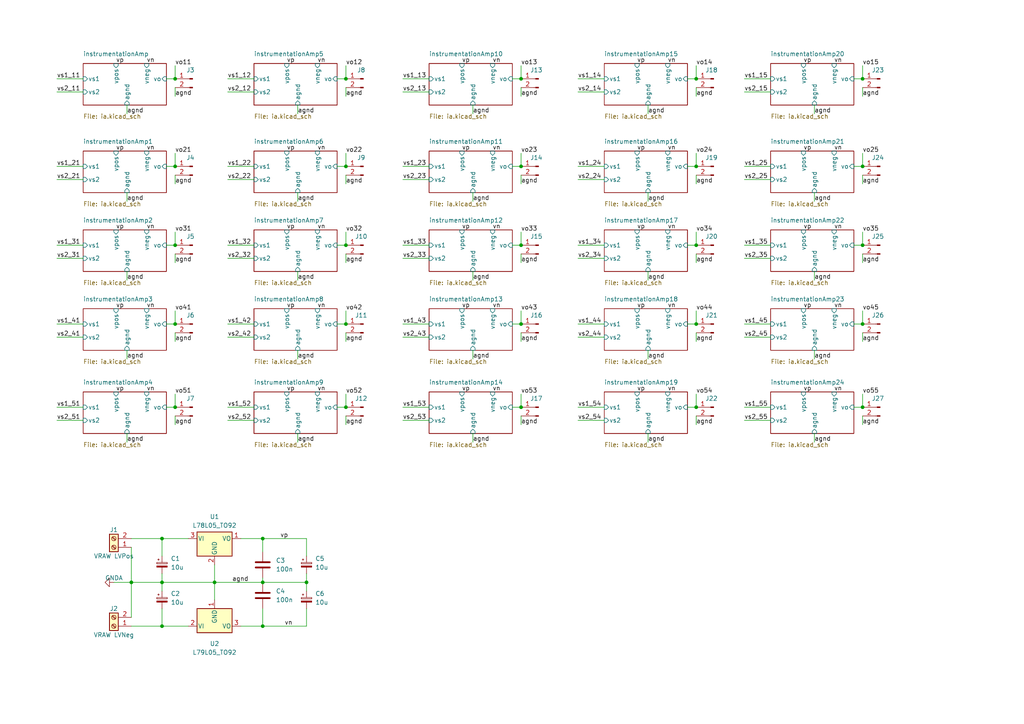
<source format=kicad_sch>
(kicad_sch (version 20231120) (generator "eeschema") (generator_version "8.0")
  (paper "A4")
  (lib_symbols
    (symbol "Connector:Conn_01x02_Pin" (pin_names (offset 1.016) hide)
      (property "Reference" "J" (at 0 2.54 0))
      (property "Value" "Conn_01x02_Pin" (at 0 -5.08 0))
      (symbol "Conn_01x02_Pin_1_1"
        (polyline (pts (xy 1.27 -2.54) (xy 0.8636 -2.54)) (stroke (width 0.1524)))
        (polyline (pts (xy 1.27 0) (xy 0.8636 0)) (stroke (width 0.1524)))
        (rectangle (start 0.8636 -2.413) (end 0 -2.667) (stroke (width 0.1524)) (fill (type outline)))
        (rectangle (start 0.8636 0.127) (end 0 -0.127) (stroke (width 0.1524)) (fill (type outline)))
        (pin passive line (at 5.08 0 180) (length 3.81) (name "Pin_1") (number "1"))
        (pin passive line (at 5.08 -2.54 180) (length 3.81) (name "Pin_2") (number "2"))
      )
    )
    (symbol "Connector:Screw_Terminal_01x02" (pin_names (offset 1.016) hide)
      (property "Reference" "J" (at 0 2.54 0))
      (property "Value" "Screw_Terminal_01x02" (at 0 -5.08 0))
      (symbol "Screw_Terminal_01x02_1_1"
        (rectangle (start -1.27 1.27) (end 1.27 -3.81) (stroke (width 0.254)) (fill (type background)))
        (circle (center 0 -2.54) (radius 0.635) (stroke (width 0.1524)))
        (polyline (pts (xy -0.5334 -2.2098) (xy 0.3302 -3.048)) (stroke (width 0.1524)))
        (polyline (pts (xy -0.5334 0.3302) (xy 0.3302 -0.508)) (stroke (width 0.1524)))
        (polyline (pts (xy -0.3556 -2.032) (xy 0.508 -2.8702)) (stroke (width 0.1524)))
        (polyline (pts (xy -0.3556 0.508) (xy 0.508 -0.3302)) (stroke (width 0.1524)))
        (circle (center 0 0) (radius 0.635) (stroke (width 0.1524)))
        (pin passive line (at -5.08 0 0) (length 3.81) (name "Pin_1") (number "1"))
        (pin passive line (at -5.08 -2.54 0) (length 3.81) (name "Pin_2") (number "2"))
      )
    )
    (symbol "Device:C" (pin_numbers hide) (pin_names (offset 0.254))
      (property "Reference" "C" (at 0.635 2.54 0))
      (property "Value" "C" (at 0.635 -2.54 0))
      (symbol "C_0_1"
        (polyline (pts (xy -2.032 -0.762) (xy 2.032 -0.762)) (stroke (width 0.508)))
        (polyline (pts (xy -2.032 0.762) (xy 2.032 0.762)) (stroke (width 0.508)))
      )
      (symbol "C_1_1"
        (pin passive line (at 0 3.81 270) (length 2.794) (name "~") (number "1"))
        (pin passive line (at 0 -3.81 90) (length 2.794) (name "~") (number "2"))
      )
    )
    (symbol "Device:C_Polarized_Small" (pin_numbers hide) (pin_names (offset 0.254) hide)
      (property "Reference" "C" (at 0.254 1.778 0))
      (property "Value" "C_Polarized_Small" (at 0.254 -2.032 0))
      (symbol "C_Polarized_Small_0_1"
        (rectangle (start -1.524 -0.3048) (end 1.524 -0.6858) (fill (type outline)))
        (rectangle (start -1.524 0.6858) (end 1.524 0.3048))
        (polyline (pts (xy -1.27 1.524) (xy -0.762 1.524)))
        (polyline (pts (xy -1.016 1.27) (xy -1.016 1.778)))
      )
      (symbol "C_Polarized_Small_1_1"
        (pin passive line (at 0 2.54 270) (length 1.8542) (name "~") (number "1"))
        (pin passive line (at 0 -2.54 90) (length 1.8542) (name "~") (number "2"))
      )
    )
    (symbol "Regulator_Linear:L78L05_TO92" (pin_names (offset 0.254))
      (property "Reference" "U" (at -3.81 3.175 0))
      (property "Value" "L78L05_TO92" (at 0 3.175 0))
      (symbol "L78L05_TO92_0_1"
        (rectangle (start -5.08 -5.08) (end 5.08 1.905) (stroke (width 0.254)) (fill (type background)))
      )
      (symbol "L78L05_TO92_1_1"
        (pin power_out line (at 7.62 0 180) (length 2.54) (name "VO") (number "1"))
        (pin power_in line (at 0 -7.62 90) (length 2.54) (name "GND") (number "2"))
        (pin power_in line (at -7.62 0 0) (length 2.54) (name "VI") (number "3"))
      )
    )
    (symbol "Regulator_Linear:L79L05_TO92" (pin_names (offset 0.254))
      (property "Reference" "U" (at -3.81 -3.175 0))
      (property "Value" "L79L05_TO92" (at 0 -3.175 0))
      (symbol "L79L05_TO92_0_1"
        (rectangle (start -5.08 5.08) (end 5.08 -1.905) (stroke (width 0.254)) (fill (type background)))
      )
      (symbol "L79L05_TO92_1_1"
        (pin power_in line (at 0 7.62 270) (length 2.54) (name "GND") (number "1"))
        (pin power_in line (at -7.62 0 0) (length 2.54) (name "VI") (number "2"))
        (pin power_out line (at 7.62 0 180) (length 2.54) (name "VO") (number "3"))
      )
    )
    (symbol "power:GNDA" (power) (pin_names (offset 0))
      (property "Value" "GNDA" (at 0 -3.81 0))
      (symbol "GNDA_0_1"
        (polyline (pts (xy 0 0) (xy 0 -1.27) (xy 1.27 -1.27) (xy 0 -2.54) (xy -1.27 -1.27) (xy 0 -1.27)))
      )
      (symbol "GNDA_1_1"
        (pin power_in line (at 0 0 270) (length 0) hide (name "GNDA") (number "1"))
      )
    )
  )
  (junction (at 201.93 22.86))
  (junction (at 151.13 48.26))
  (junction (at 76.2 156.21))
  (junction (at 201.93 48.26))
  (junction (at 46.99 168.91))
  (junction (at 50.8 118.11))
  (junction (at 250.19 118.11))
  (junction (at 50.8 71.12))
  (junction (at 250.19 93.98))
  (junction (at 50.8 93.98))
  (junction (at 151.13 118.11))
  (junction (at 38.1 168.91))
  (junction (at 100.33 93.98))
  (junction (at 100.33 48.26))
  (junction (at 46.99 156.21))
  (junction (at 151.13 22.86))
  (junction (at 250.19 22.86))
  (junction (at 100.33 71.12))
  (junction (at 62.23 168.91))
  (junction (at 151.13 93.98))
  (junction (at 250.19 71.12))
  (junction (at 46.99 181.61))
  (junction (at 100.33 118.11))
  (junction (at 88.9 168.91))
  (junction (at 50.8 48.26))
  (junction (at 201.93 118.11))
  (junction (at 100.33 22.86))
  (junction (at 76.2 168.91))
  (junction (at 151.13 71.12))
  (junction (at 76.2 181.61))
  (junction (at 250.19 48.26))
  (junction (at 201.93 93.98))
  (junction (at 201.93 71.12))
  (junction (at 50.8 22.86))
  (wire (pts (xy 46.99 176.53) (xy 46.99 181.61)))
  (wire (pts (xy 201.93 99.06) (xy 201.93 96.52)))
  (wire (pts (xy 148.59 22.86) (xy 151.13 22.86)))
  (wire (pts (xy 201.93 90.17) (xy 201.93 93.98)))
  (wire (pts (xy 50.8 123.19) (xy 50.8 120.65)))
  (wire (pts (xy 236.22 58.42) (xy 236.22 55.88)))
  (wire (pts (xy 151.13 53.34) (xy 151.13 50.8)))
  (wire (pts (xy 167.64 97.79) (xy 175.26 97.79)))
  (wire (pts (xy 86.36 104.14) (xy 86.36 101.6)))
  (wire (pts (xy 236.22 128.27) (xy 236.22 125.73)))
  (wire (pts (xy 199.39 48.26) (xy 201.93 48.26)))
  (wire (pts (xy 100.33 53.34) (xy 100.33 50.8)))
  (wire (pts (xy 66.04 26.67) (xy 73.66 26.67)))
  (wire (pts (xy 97.79 118.11) (xy 100.33 118.11)))
  (wire (pts (xy 215.9 121.92) (xy 223.52 121.92)))
  (wire (pts (xy 76.2 156.21) (xy 76.2 160.02)))
  (wire (pts (xy 250.19 27.94) (xy 250.19 25.4)))
  (wire (pts (xy 62.23 168.91) (xy 76.2 168.91)))
  (wire (pts (xy 16.51 97.79) (xy 24.13 97.79)))
  (wire (pts (xy 46.99 168.91) (xy 46.99 171.45)))
  (wire (pts (xy 247.65 93.98) (xy 250.19 93.98)))
  (wire (pts (xy 62.23 168.91) (xy 62.23 173.99)))
  (wire (pts (xy 100.33 76.2) (xy 100.33 73.66)))
  (wire (pts (xy 50.8 27.94) (xy 50.8 25.4)))
  (wire (pts (xy 250.19 123.19) (xy 250.19 120.65)))
  (wire (pts (xy 50.8 53.34) (xy 50.8 50.8)))
  (wire (pts (xy 167.64 74.93) (xy 175.26 74.93)))
  (wire (pts (xy 215.9 74.93) (xy 223.52 74.93)))
  (wire (pts (xy 86.36 81.28) (xy 86.36 78.74)))
  (wire (pts (xy 50.8 67.31) (xy 50.8 71.12)))
  (wire (pts (xy 137.16 128.27) (xy 137.16 125.73)))
  (wire (pts (xy 167.64 118.11) (xy 175.26 118.11)))
  (wire (pts (xy 151.13 114.3) (xy 151.13 118.11)))
  (wire (pts (xy 86.36 58.42) (xy 86.36 55.88)))
  (wire (pts (xy 50.8 99.06) (xy 50.8 96.52)))
  (wire (pts (xy 250.19 76.2) (xy 250.19 73.66)))
  (wire (pts (xy 88.9 156.21) (xy 76.2 156.21)))
  (wire (pts (xy 247.65 118.11) (xy 250.19 118.11)))
  (wire (pts (xy 167.64 22.86) (xy 175.26 22.86)))
  (wire (pts (xy 86.36 128.27) (xy 86.36 125.73)))
  (wire (pts (xy 215.9 118.11) (xy 223.52 118.11)))
  (wire (pts (xy 100.33 19.05) (xy 100.33 22.86)))
  (wire (pts (xy 16.51 26.67) (xy 24.13 26.67)))
  (wire (pts (xy 199.39 93.98) (xy 201.93 93.98)))
  (wire (pts (xy 100.33 67.31) (xy 100.33 71.12)))
  (wire (pts (xy 66.04 93.98) (xy 73.66 93.98)))
  (wire (pts (xy 76.2 181.61) (xy 88.9 181.61)))
  (wire (pts (xy 250.19 44.45) (xy 250.19 48.26)))
  (wire (pts (xy 187.96 128.27) (xy 187.96 125.73)))
  (wire (pts (xy 215.9 22.86) (xy 223.52 22.86)))
  (wire (pts (xy 66.04 22.86) (xy 73.66 22.86)))
  (wire (pts (xy 66.04 74.93) (xy 73.66 74.93)))
  (wire (pts (xy 187.96 58.42) (xy 187.96 55.88)))
  (wire (pts (xy 16.51 48.26) (xy 24.13 48.26)))
  (wire (pts (xy 116.84 118.11) (xy 124.46 118.11)))
  (wire (pts (xy 16.51 74.93) (xy 24.13 74.93)))
  (wire (pts (xy 116.84 97.79) (xy 124.46 97.79)))
  (wire (pts (xy 100.33 27.94) (xy 100.33 25.4)))
  (wire (pts (xy 50.8 90.17) (xy 50.8 93.98)))
  (wire (pts (xy 137.16 104.14) (xy 137.16 101.6)))
  (wire (pts (xy 116.84 71.12) (xy 124.46 71.12)))
  (wire (pts (xy 250.19 114.3) (xy 250.19 118.11)))
  (wire (pts (xy 201.93 123.19) (xy 201.93 120.65)))
  (wire (pts (xy 88.9 168.91) (xy 88.9 171.45)))
  (wire (pts (xy 48.26 22.86) (xy 50.8 22.86)))
  (wire (pts (xy 199.39 22.86) (xy 201.93 22.86)))
  (wire (pts (xy 36.83 81.28) (xy 36.83 78.74)))
  (wire (pts (xy 66.04 71.12) (xy 73.66 71.12)))
  (wire (pts (xy 86.36 33.02) (xy 86.36 30.48)))
  (wire (pts (xy 100.33 114.3) (xy 100.33 118.11)))
  (wire (pts (xy 250.19 90.17) (xy 250.19 93.98)))
  (wire (pts (xy 76.2 176.53) (xy 76.2 181.61)))
  (wire (pts (xy 215.9 71.12) (xy 223.52 71.12)))
  (wire (pts (xy 148.59 71.12) (xy 151.13 71.12)))
  (wire (pts (xy 151.13 44.45) (xy 151.13 48.26)))
  (wire (pts (xy 16.51 118.11) (xy 24.13 118.11)))
  (wire (pts (xy 137.16 33.02) (xy 137.16 30.48)))
  (wire (pts (xy 48.26 48.26) (xy 50.8 48.26)))
  (wire (pts (xy 36.83 104.14) (xy 36.83 101.6)))
  (wire (pts (xy 187.96 33.02) (xy 187.96 30.48)))
  (wire (pts (xy 250.19 99.06) (xy 250.19 96.52)))
  (wire (pts (xy 215.9 52.07) (xy 223.52 52.07)))
  (wire (pts (xy 151.13 123.19) (xy 151.13 120.65)))
  (wire (pts (xy 151.13 76.2) (xy 151.13 73.66)))
  (wire (pts (xy 201.93 27.94) (xy 201.93 25.4)))
  (wire (pts (xy 247.65 22.86) (xy 250.19 22.86)))
  (wire (pts (xy 167.64 121.92) (xy 175.26 121.92)))
  (wire (pts (xy 16.51 71.12) (xy 24.13 71.12)))
  (wire (pts (xy 16.51 22.86) (xy 24.13 22.86)))
  (wire (pts (xy 215.9 26.67) (xy 223.52 26.67)))
  (wire (pts (xy 201.93 67.31) (xy 201.93 71.12)))
  (wire (pts (xy 201.93 19.05) (xy 201.93 22.86)))
  (wire (pts (xy 100.33 99.06) (xy 100.33 96.52)))
  (wire (pts (xy 76.2 168.91) (xy 76.2 167.64)))
  (wire (pts (xy 38.1 156.21) (xy 46.99 156.21)))
  (wire (pts (xy 116.84 93.98) (xy 124.46 93.98)))
  (wire (pts (xy 38.1 181.61) (xy 46.99 181.61)))
  (wire (pts (xy 46.99 156.21) (xy 46.99 161.29)))
  (wire (pts (xy 88.9 176.53) (xy 88.9 181.61)))
  (wire (pts (xy 66.04 97.79) (xy 73.66 97.79)))
  (wire (pts (xy 97.79 48.26) (xy 100.33 48.26)))
  (wire (pts (xy 250.19 19.05) (xy 250.19 22.86)))
  (wire (pts (xy 250.19 53.34) (xy 250.19 50.8)))
  (wire (pts (xy 66.04 52.07) (xy 73.66 52.07)))
  (wire (pts (xy 116.84 74.93) (xy 124.46 74.93)))
  (wire (pts (xy 215.9 97.79) (xy 223.52 97.79)))
  (wire (pts (xy 97.79 71.12) (xy 100.33 71.12)))
  (wire (pts (xy 116.84 121.92) (xy 124.46 121.92)))
  (wire (pts (xy 199.39 118.11) (xy 201.93 118.11)))
  (wire (pts (xy 50.8 76.2) (xy 50.8 73.66)))
  (wire (pts (xy 148.59 48.26) (xy 151.13 48.26)))
  (wire (pts (xy 151.13 90.17) (xy 151.13 93.98)))
  (wire (pts (xy 50.8 44.45) (xy 50.8 48.26)))
  (wire (pts (xy 247.65 48.26) (xy 250.19 48.26)))
  (wire (pts (xy 137.16 58.42) (xy 137.16 55.88)))
  (wire (pts (xy 62.23 163.83) (xy 62.23 168.91)))
  (wire (pts (xy 201.93 76.2) (xy 201.93 73.66)))
  (wire (pts (xy 38.1 158.75) (xy 38.1 168.91)))
  (wire (pts (xy 250.19 67.31) (xy 250.19 71.12)))
  (wire (pts (xy 76.2 168.91) (xy 88.9 168.91)))
  (wire (pts (xy 116.84 48.26) (xy 124.46 48.26)))
  (wire (pts (xy 137.16 81.28) (xy 137.16 78.74)))
  (wire (pts (xy 66.04 118.11) (xy 73.66 118.11)))
  (wire (pts (xy 187.96 104.14) (xy 187.96 101.6)))
  (wire (pts (xy 167.64 26.67) (xy 175.26 26.67)))
  (wire (pts (xy 46.99 166.37) (xy 46.99 168.91)))
  (wire (pts (xy 38.1 168.91) (xy 38.1 179.07)))
  (wire (pts (xy 167.64 71.12) (xy 175.26 71.12)))
  (wire (pts (xy 151.13 27.94) (xy 151.13 25.4)))
  (wire (pts (xy 88.9 166.37) (xy 88.9 168.91)))
  (wire (pts (xy 236.22 33.02) (xy 236.22 30.48)))
  (wire (pts (xy 36.83 33.02) (xy 36.83 30.48)))
  (wire (pts (xy 50.8 19.05) (xy 50.8 22.86)))
  (wire (pts (xy 100.33 123.19) (xy 100.33 120.65)))
  (wire (pts (xy 167.64 48.26) (xy 175.26 48.26)))
  (wire (pts (xy 247.65 71.12) (xy 250.19 71.12)))
  (wire (pts (xy 236.22 81.28) (xy 236.22 78.74)))
  (wire (pts (xy 76.2 156.21) (xy 69.85 156.21)))
  (wire (pts (xy 167.64 52.07) (xy 175.26 52.07)))
  (wire (pts (xy 116.84 26.67) (xy 124.46 26.67)))
  (wire (pts (xy 16.51 93.98) (xy 24.13 93.98)))
  (wire (pts (xy 16.51 52.07) (xy 24.13 52.07)))
  (wire (pts (xy 36.83 128.27) (xy 36.83 125.73)))
  (wire (pts (xy 46.99 181.61) (xy 54.61 181.61)))
  (wire (pts (xy 88.9 161.29) (xy 88.9 156.21)))
  (wire (pts (xy 148.59 118.11) (xy 151.13 118.11)))
  (wire (pts (xy 66.04 121.92) (xy 73.66 121.92)))
  (wire (pts (xy 236.22 104.14) (xy 236.22 101.6)))
  (wire (pts (xy 69.85 181.61) (xy 76.2 181.61)))
  (wire (pts (xy 50.8 114.3) (xy 50.8 118.11)))
  (wire (pts (xy 97.79 93.98) (xy 100.33 93.98)))
  (wire (pts (xy 16.51 121.92) (xy 24.13 121.92)))
  (wire (pts (xy 151.13 67.31) (xy 151.13 71.12)))
  (wire (pts (xy 151.13 99.06) (xy 151.13 96.52)))
  (wire (pts (xy 38.1 168.91) (xy 46.99 168.91)))
  (wire (pts (xy 215.9 48.26) (xy 223.52 48.26)))
  (wire (pts (xy 33.02 168.91) (xy 38.1 168.91)))
  (wire (pts (xy 167.64 93.98) (xy 175.26 93.98)))
  (wire (pts (xy 201.93 53.34) (xy 201.93 50.8)))
  (wire (pts (xy 66.04 48.26) (xy 73.66 48.26)))
  (wire (pts (xy 100.33 90.17) (xy 100.33 93.98)))
  (wire (pts (xy 116.84 52.07) (xy 124.46 52.07)))
  (wire (pts (xy 187.96 81.28) (xy 187.96 78.74)))
  (wire (pts (xy 97.79 22.86) (xy 100.33 22.86)))
  (wire (pts (xy 36.83 58.42) (xy 36.83 55.88)))
  (wire (pts (xy 48.26 118.11) (xy 50.8 118.11)))
  (wire (pts (xy 148.59 93.98) (xy 151.13 93.98)))
  (wire (pts (xy 199.39 71.12) (xy 201.93 71.12)))
  (wire (pts (xy 116.84 22.86) (xy 124.46 22.86)))
  (wire (pts (xy 215.9 93.98) (xy 223.52 93.98)))
  (wire (pts (xy 201.93 44.45) (xy 201.93 48.26)))
  (wire (pts (xy 151.13 19.05) (xy 151.13 22.86)))
  (wire (pts (xy 48.26 71.12) (xy 50.8 71.12)))
  (wire (pts (xy 46.99 156.21) (xy 54.61 156.21)))
  (wire (pts (xy 201.93 114.3) (xy 201.93 118.11)))
  (wire (pts (xy 100.33 44.45) (xy 100.33 48.26)))
  (wire (pts (xy 48.26 93.98) (xy 50.8 93.98)))
  (wire (pts (xy 46.99 168.91) (xy 62.23 168.91)))
  (label "agnd" (at 100.33 53.34 0))
  (label "vo24" (at 201.93 44.45 0))
  (label "vs2_21" (at 16.51 52.07 0))
  (label "vp" (at 184.785 113.665 0))
  (label "agnd" (at 50.8 123.19 0))
  (label "vp" (at 133.985 18.415 0))
  (label "agnd" (at 250.19 53.34 0))
  (label "vn" (at 42.545 18.415 0))
  (label "agnd" (at 50.8 53.34 0))
  (label "vn" (at 42.545 43.815 0))
  (label "vp" (at 133.985 43.815 0))
  (label "vs1_11" (at 16.51 22.86 0))
  (label "agnd" (at 100.33 123.19 0))
  (label "vs1_14" (at 167.64 22.86 0))
  (label "vs2_11" (at 16.51 26.67 0))
  (label "vs2_51" (at 16.51 121.92 0))
  (label "agnd" (at 236.22 104.14 0))
  (label "agnd" (at 86.36 81.28 0))
  (label "vn" (at 241.935 66.675 0))
  (label "vp" (at 33.655 113.665 0))
  (label "vs1_42" (at 66.04 93.98 0))
  (label "vo51" (at 50.8 114.3 0))
  (label "agnd" (at 151.13 27.94 0))
  (label "vp" (at 233.045 18.415 0))
  (label "vn" (at 82.55 181.61 0))
  (label "agnd" (at 187.96 104.14 0))
  (label "agnd" (at 50.8 99.06 0))
  (label "vs1_43" (at 116.84 93.98 0))
  (label "vs1_31" (at 16.51 71.12 0))
  (label "vo12" (at 100.33 19.05 0))
  (label "agnd" (at 236.22 58.42 0))
  (label "vs1_21" (at 16.51 48.26 0))
  (label "agnd" (at 250.19 76.2 0))
  (label "agnd" (at 151.13 123.19 0))
  (label "vs1_33" (at 116.84 71.12 0))
  (label "vs1_35" (at 215.9 71.12 0))
  (label "vp" (at 83.185 18.415 0))
  (label "vn" (at 142.875 66.675 0))
  (label "vp" (at 133.985 89.535 0))
  (label "vp" (at 33.655 43.815 0))
  (label "vs2_52" (at 66.04 121.92 0))
  (label "agnd" (at 86.36 104.14 0))
  (label "vo13" (at 151.13 19.05 0))
  (label "vn" (at 193.675 66.675 0))
  (label "vp" (at 233.045 89.535 0))
  (label "vp" (at 83.185 43.815 0))
  (label "vo25" (at 250.19 44.45 0))
  (label "vs1_32" (at 66.04 71.12 0))
  (label "vs1_23" (at 116.84 48.26 0))
  (label "agnd" (at 137.16 58.42 0))
  (label "vn" (at 193.675 18.415 0))
  (label "vs2_42" (at 66.04 97.79 0))
  (label "vo34" (at 201.93 67.31 0))
  (label "vp" (at 33.655 18.415 0))
  (label "vs2_41" (at 16.51 97.79 0))
  (label "vp" (at 233.045 66.675 0))
  (label "vo33" (at 151.13 67.31 0))
  (label "vp" (at 33.655 66.675 0))
  (label "agnd" (at 201.93 123.19 0))
  (label "vn" (at 42.545 113.665 0))
  (label "vo45" (at 250.19 90.17 0))
  (label "vp" (at 233.045 113.665 0))
  (label "agnd" (at 36.83 128.27 0))
  (label "vs1_12" (at 66.04 22.86 0))
  (label "vn" (at 241.935 89.535 0))
  (label "vs2_22" (at 66.04 52.07 0))
  (label "agnd" (at 137.16 81.28 0))
  (label "vs1_34" (at 167.64 71.12 0))
  (label "vs2_34" (at 167.64 74.93 0))
  (label "vp" (at 184.785 89.535 0))
  (label "vn" (at 92.075 113.665 0))
  (label "vs1_22" (at 66.04 48.26 0))
  (label "vn" (at 193.675 113.665 0))
  (label "vp" (at 184.785 18.415 0))
  (label "vs1_13" (at 116.84 22.86 0))
  (label "vn" (at 142.875 43.815 0))
  (label "vo41" (at 50.8 90.17 0))
  (label "vs2_23" (at 116.84 52.07 0))
  (label "vn" (at 241.935 43.815 0))
  (label "vp" (at 133.985 113.665 0))
  (label "vo55" (at 250.19 114.3 0))
  (label "agnd" (at 36.83 33.02 0))
  (label "vs1_15" (at 215.9 22.86 0))
  (label "agnd" (at 36.83 81.28 0))
  (label "vn" (at 92.075 89.535 0))
  (label "vo42" (at 100.33 90.17 0))
  (label "vp" (at 83.185 66.675 0))
  (label "vs2_13" (at 116.84 26.67 0))
  (label "vs2_54" (at 167.64 121.92 0))
  (label "vn" (at 92.075 18.415 0))
  (label "agnd" (at 137.16 104.14 0))
  (label "agnd" (at 236.22 81.28 0))
  (label "agnd" (at 67.31 168.91 0))
  (label "agnd" (at 201.93 76.2 0))
  (label "vs2_32" (at 66.04 74.93 0))
  (label "vn" (at 241.935 113.665 0))
  (label "vo22" (at 100.33 44.45 0))
  (label "agnd" (at 137.16 128.27 0))
  (label "agnd" (at 36.83 104.14 0))
  (label "agnd" (at 187.96 128.27 0))
  (label "vs1_52" (at 66.04 118.11 0))
  (label "agnd" (at 100.33 76.2 0))
  (label "vs2_44" (at 167.64 97.79 0))
  (label "agnd" (at 137.16 33.02 0))
  (label "agnd" (at 236.22 33.02 0))
  (label "vn" (at 193.675 89.535 0))
  (label "vs2_33" (at 116.84 74.93 0))
  (label "vs2_35" (at 215.9 74.93 0))
  (label "vs2_43" (at 116.84 97.79 0))
  (label "vo44" (at 201.93 90.17 0))
  (label "agnd" (at 86.36 128.27 0))
  (label "agnd" (at 250.19 99.06 0))
  (label "vo21" (at 50.8 44.45 0))
  (label "vs1_25" (at 215.9 48.26 0))
  (label "vn" (at 92.075 66.675 0))
  (label "vp" (at 233.045 43.815 0))
  (label "agnd" (at 250.19 123.19 0))
  (label "agnd" (at 86.36 58.42 0))
  (label "agnd" (at 86.36 33.02 0))
  (label "vs2_15" (at 215.9 26.67 0))
  (label "agnd" (at 187.96 58.42 0))
  (label "agnd" (at 36.83 58.42 0))
  (label "vs1_41" (at 16.51 93.98 0))
  (label "vn" (at 142.875 113.665 0))
  (label "vo43" (at 151.13 90.17 0))
  (label "vo53" (at 151.13 114.3 0))
  (label "agnd" (at 187.96 33.02 0))
  (label "agnd" (at 50.8 27.94 0))
  (label "agnd" (at 151.13 76.2 0))
  (label "vs1_55" (at 215.9 118.11 0))
  (label "vn" (at 193.675 43.815 0))
  (label "vn" (at 142.875 89.535 0))
  (label "vp" (at 83.185 113.665 0))
  (label "vo52" (at 100.33 114.3 0))
  (label "vo54" (at 201.93 114.3 0))
  (label "vs2_31" (at 16.51 74.93 0))
  (label "vo14" (at 201.93 19.05 0))
  (label "vs1_54" (at 167.64 118.11 0))
  (label "agnd" (at 201.93 99.06 0))
  (label "agnd" (at 151.13 53.34 0))
  (label "vn" (at 42.545 89.535 0))
  (label "vo31" (at 50.8 67.31 0))
  (label "vs1_53" (at 116.84 118.11 0))
  (label "agnd" (at 236.22 128.27 0))
  (label "vn" (at 241.935 18.415 0))
  (label "agnd" (at 201.93 27.94 0))
  (label "agnd" (at 187.96 81.28 0))
  (label "vs2_45" (at 215.9 97.79 0))
  (label "vs1_51" (at 16.51 118.11 0))
  (label "vp" (at 33.655 89.535 0))
  (label "agnd" (at 151.13 99.06 0))
  (label "vo11" (at 50.8 19.05 0))
  (label "vp" (at 133.985 66.675 0))
  (label "vs2_24" (at 167.64 52.07 0))
  (label "vp" (at 81.28 156.21 0))
  (label "vo23" (at 151.13 44.45 0))
  (label "vs2_14" (at 167.64 26.67 0))
  (label "vs2_55" (at 215.9 121.92 0))
  (label "vs1_44" (at 167.64 93.98 0))
  (label "vo15" (at 250.19 19.05 0))
  (label "agnd" (at 100.33 99.06 0))
  (label "vs1_45" (at 215.9 93.98 0))
  (label "vo32" (at 100.33 67.31 0))
  (label "vn" (at 92.075 43.815 0))
  (label "vo35" (at 250.19 67.31 0))
  (label "agnd" (at 250.19 27.94 0))
  (label "vs1_24" (at 167.64 48.26 0))
  (label "agnd" (at 201.93 53.34 0))
  (label "vs2_53" (at 116.84 121.92 0))
  (label "vs2_25" (at 215.9 52.07 0))
  (label "agnd" (at 100.33 27.94 0))
  (label "vp" (at 83.185 89.535 0))
  (label "vp" (at 184.785 43.815 0))
  (label "agnd" (at 50.8 76.2 0))
  (label "vn" (at 142.875 18.415 0))
  (label "vs2_12" (at 66.04 26.67 0))
  (label "vp" (at 184.785 66.675 0))
  (label "vn" (at 42.545 66.675 0))
  (symbol (lib_id "Connector:Conn_01x02_Pin") (at 55.88 71.12 0) (mirror y) (unit 1)
    (property "Reference" "J5" (at 55.245 68.58 0))
    (property "Value" "Conn_01x02_Pin" (effects (hide yes)))
    (property "Footprint" "Connector_PinHeader_2.00mm:PinHeader_1x02_P2.00mm_Vertical" (effects (hide yes)))
    (property "Description" "Generic connector, single row, 01x02, script generated" (effects (hide yes)))
  )
  (symbol (lib_id "Connector:Conn_01x02_Pin") (at 105.41 118.11 0) (mirror y) (unit 1)
    (property "Reference" "J12" (at 104.775 115.57 0))
    (property "Value" "Conn_01x02_Pin" (effects (hide yes)))
    (property "Footprint" "Connector_PinHeader_2.00mm:PinHeader_1x02_P2.00mm_Vertical" (effects (hide yes)))
    (property "Description" "Generic connector, single row, 01x02, script generated" (effects (hide yes)))
  )
  (symbol (lib_id "Connector:Conn_01x02_Pin") (at 156.21 118.11 0) (mirror y) (unit 1)
    (property "Reference" "J17" (at 155.575 115.57 0))
    (property "Value" "Conn_01x02_Pin" (effects (hide yes)))
    (property "Footprint" "Connector_PinHeader_2.00mm:PinHeader_1x02_P2.00mm_Vertical" (effects (hide yes)))
    (property "Description" "Generic connector, single row, 01x02, script generated" (effects (hide yes)))
  )
  (symbol (lib_id "Connector:Conn_01x02_Pin") (at 55.88 22.86 0) (mirror y) (unit 1)
    (property "Reference" "J3" (at 55.245 20.32 0))
    (property "Value" "Conn_01x02_Pin" (effects (hide yes)))
    (property "Footprint" "Connector_PinHeader_2.00mm:PinHeader_1x02_P2.00mm_Vertical" (effects (hide yes)))
    (property "Description" "Generic connector, single row, 01x02, script generated" (effects (hide yes)))
  )
  (symbol (lib_id "Device:C") (at 76.2 163.83 180) (unit 1)
    (property "Reference" "C3" (at 80.01 162.5599 0) (effects (justify right)))
    (property "Value" "100n" (at 80.01 165.0999 0) (effects (justify right)))
    (property "Footprint" "Capacitor_SMD:C_0805_2012Metric" (effects (hide yes)))
    (property "Description" "Unpolarized capacitor" (effects (hide yes)))
  )
  (symbol (lib_id "Regulator_Linear:L79L05_TO92") (at 62.23 181.61 0) (unit 1)
    (property "Reference" "U2" (at 62.23 186.69 0))
    (property "Value" "L79L05_TO92" (at 62.23 189.23 0))
    (property "Footprint" "Package_TO_SOT_THT:TO-92_Inline" (effects (hide yes)))
    (property "Datasheet" "http://www.farnell.com/datasheets/1827870.pdf" (effects (hide yes)))
  )
  (symbol (lib_id "Regulator_Linear:L78L05_TO92") (at 62.23 156.21 0) (unit 1)
    (property "Reference" "U1" (at 62.23 149.86 0))
    (property "Value" "L78L05_TO92" (at 62.23 152.4 0))
    (property "Footprint" "Package_TO_SOT_THT:TO-92_Inline" (effects (hide yes)))
    (property "Datasheet" "http://www.st.com/content/ccc/resource/technical/document/datasheet/15/55/e5/aa/23/5b/43/fd/CD00000446.pdf/files/CD00000446.pdf/jcr:content/translations/en.CD00000446.pdf" (effects (hide yes)))
  )
  (symbol (lib_id "Connector:Conn_01x02_Pin") (at 105.41 22.86 0) (mirror y) (unit 1)
    (property "Reference" "J8" (at 104.775 20.32 0))
    (property "Value" "Conn_01x02_Pin" (effects (hide yes)))
    (property "Footprint" "Connector_PinHeader_2.00mm:PinHeader_1x02_P2.00mm_Vertical" (effects (hide yes)))
    (property "Description" "Generic connector, single row, 01x02, script generated" (effects (hide yes)))
  )
  (symbol (lib_id "Device:C_Polarized_Small") (at 88.9 173.99 0) (unit 1)
    (property "Reference" "C6" (at 91.44 172.1738 0) (effects (justify left)))
    (property "Value" "10u" (at 91.44 174.7138 0) (effects (justify left)))
    (property "Footprint" "Capacitor_SMD:CP_Elec_4x4.5" (effects (hide yes)))
    (property "Description" "Polarized capacitor, small symbol" (effects (hide yes)))
  )
  (symbol (lib_id "Connector:Conn_01x02_Pin") (at 55.88 93.98 0) (mirror y) (unit 1)
    (property "Reference" "J6" (at 55.245 91.44 0))
    (property "Value" "Conn_01x02_Pin" (effects (hide yes)))
    (property "Footprint" "Connector_PinHeader_2.00mm:PinHeader_1x02_P2.00mm_Vertical" (effects (hide yes)))
    (property "Description" "Generic connector, single row, 01x02, script generated" (effects (hide yes)))
  )
  (symbol (lib_id "Connector:Conn_01x02_Pin") (at 55.88 48.26 0) (mirror y) (unit 1)
    (property "Reference" "J4" (at 55.245 45.72 0))
    (property "Value" "Conn_01x02_Pin" (effects (hide yes)))
    (property "Footprint" "Connector_PinHeader_2.00mm:PinHeader_1x02_P2.00mm_Vertical" (effects (hide yes)))
    (property "Description" "Generic connector, single row, 01x02, script generated" (effects (hide yes)))
  )
  (symbol (lib_id "Connector:Conn_01x02_Pin") (at 207.01 71.12 0) (mirror y) (unit 1)
    (property "Reference" "J20" (at 206.375 68.58 0))
    (property "Value" "Conn_01x02_Pin" (effects (hide yes)))
    (property "Footprint" "Connector_PinHeader_2.00mm:PinHeader_1x02_P2.00mm_Vertical" (effects (hide yes)))
    (property "Description" "Generic connector, single row, 01x02, script generated" (effects (hide yes)))
  )
  (symbol (lib_id "Connector:Conn_01x02_Pin") (at 207.01 22.86 0) (mirror y) (unit 1)
    (property "Reference" "J18" (at 206.375 20.32 0))
    (property "Value" "Conn_01x02_Pin" (effects (hide yes)))
    (property "Footprint" "Connector_PinHeader_2.00mm:PinHeader_1x02_P2.00mm_Vertical" (effects (hide yes)))
    (property "Description" "Generic connector, single row, 01x02, script generated" (effects (hide yes)))
  )
  (symbol (lib_id "Connector:Conn_01x02_Pin") (at 156.21 48.26 0) (mirror y) (unit 1)
    (property "Reference" "J14" (at 155.575 45.72 0))
    (property "Value" "Conn_01x02_Pin" (effects (hide yes)))
    (property "Footprint" "Connector_PinHeader_2.00mm:PinHeader_1x02_P2.00mm_Vertical" (effects (hide yes)))
    (property "Description" "Generic connector, single row, 01x02, script generated" (effects (hide yes)))
  )
  (symbol (lib_id "Connector:Screw_Terminal_01x02") (at 33.02 158.75 180) (unit 1)
    (property "Reference" "J1" (at 33.02 153.67 0))
    (property "Value" "VRAW LVPos" (at 33.02 161.29 0))
    (property "Footprint" "TerminalBlock:TerminalBlock_bornier-2_P5.08mm" (effects (hide yes)))
  )
  (symbol (lib_id "Device:C_Polarized_Small") (at 46.99 163.83 0) (unit 1)
    (property "Reference" "C1" (at 49.53 162.0138 0) (effects (justify left)))
    (property "Value" "10u" (at 49.53 164.5538 0) (effects (justify left)))
    (property "Footprint" "Capacitor_SMD:CP_Elec_4x4.5" (effects (hide yes)))
    (property "Description" "Polarized capacitor, small symbol" (effects (hide yes)))
  )
  (symbol (lib_id "Connector:Conn_01x02_Pin") (at 255.27 71.12 0) (mirror y) (unit 1)
    (property "Reference" "J25" (at 254.635 68.58 0))
    (property "Value" "Conn_01x02_Pin" (effects (hide yes)))
    (property "Footprint" "Connector_PinHeader_2.00mm:PinHeader_1x02_P2.00mm_Vertical" (effects (hide yes)))
    (property "Description" "Generic connector, single row, 01x02, script generated" (effects (hide yes)))
  )
  (symbol (lib_id "Connector:Conn_01x02_Pin") (at 207.01 93.98 0) (mirror y) (unit 1)
    (property "Reference" "J21" (at 206.375 91.44 0))
    (property "Value" "Conn_01x02_Pin" (effects (hide yes)))
    (property "Footprint" "Connector_PinHeader_2.00mm:PinHeader_1x02_P2.00mm_Vertical" (effects (hide yes)))
    (property "Description" "Generic connector, single row, 01x02, script generated" (effects (hide yes)))
  )
  (symbol (lib_id "Device:C_Polarized_Small") (at 88.9 163.83 0) (unit 1)
    (property "Reference" "C5" (at 91.44 162.0138 0) (effects (justify left)))
    (property "Value" "10u" (at 91.44 164.5538 0) (effects (justify left)))
    (property "Footprint" "Capacitor_SMD:CP_Elec_4x4.5" (effects (hide yes)))
    (property "Description" "Polarized capacitor, small symbol" (effects (hide yes)))
  )
  (symbol (lib_id "Connector:Conn_01x02_Pin") (at 255.27 48.26 0) (mirror y) (unit 1)
    (property "Reference" "J24" (at 254.635 45.72 0))
    (property "Value" "Conn_01x02_Pin" (effects (hide yes)))
    (property "Footprint" "Connector_PinHeader_2.00mm:PinHeader_1x02_P2.00mm_Vertical" (effects (hide yes)))
    (property "Description" "Generic connector, single row, 01x02, script generated" (effects (hide yes)))
  )
  (symbol (lib_id "Device:C_Polarized_Small") (at 46.99 173.99 0) (unit 1)
    (property "Reference" "C2" (at 49.53 172.1738 0) (effects (justify left)))
    (property "Value" "10u" (at 49.53 174.7138 0) (effects (justify left)))
    (property "Footprint" "Capacitor_SMD:CP_Elec_4x4.5" (effects (hide yes)))
    (property "Description" "Polarized capacitor, small symbol" (effects (hide yes)))
  )
  (symbol (lib_id "Device:C") (at 76.2 172.72 0) (unit 1)
    (property "Reference" "C4" (at 80.01 171.4499 0) (effects (justify left)))
    (property "Value" "100n" (at 80.01 173.9899 0) (effects (justify left)))
    (property "Footprint" "Capacitor_SMD:C_0805_2012Metric" (effects (hide yes)))
    (property "Description" "Unpolarized capacitor" (effects (hide yes)))
  )
  (symbol (lib_id "Connector:Conn_01x02_Pin") (at 255.27 93.98 0) (mirror y) (unit 1)
    (property "Reference" "J26" (at 254.635 91.44 0))
    (property "Value" "Conn_01x02_Pin" (effects (hide yes)))
    (property "Footprint" "Connector_PinHeader_2.00mm:PinHeader_1x02_P2.00mm_Vertical" (effects (hide yes)))
    (property "Description" "Generic connector, single row, 01x02, script generated" (effects (hide yes)))
  )
  (symbol (lib_id "Connector:Conn_01x02_Pin") (at 156.21 71.12 0) (mirror y) (unit 1)
    (property "Reference" "J15" (at 155.575 68.58 0))
    (property "Value" "Conn_01x02_Pin" (effects (hide yes)))
    (property "Footprint" "Connector_PinHeader_2.00mm:PinHeader_1x02_P2.00mm_Vertical" (effects (hide yes)))
    (property "Description" "Generic connector, single row, 01x02, script generated" (effects (hide yes)))
  )
  (symbol (lib_id "Connector:Conn_01x02_Pin") (at 156.21 93.98 0) (mirror y) (unit 1)
    (property "Reference" "J16" (at 155.575 91.44 0))
    (property "Value" "Conn_01x02_Pin" (effects (hide yes)))
    (property "Footprint" "Connector_PinHeader_2.00mm:PinHeader_1x02_P2.00mm_Vertical" (effects (hide yes)))
    (property "Description" "Generic connector, single row, 01x02, script generated" (effects (hide yes)))
  )
  (symbol (lib_id "Connector:Conn_01x02_Pin") (at 207.01 48.26 0) (mirror y) (unit 1)
    (property "Reference" "J19" (at 206.375 45.72 0))
    (property "Value" "Conn_01x02_Pin" (effects (hide yes)))
    (property "Footprint" "Connector_PinHeader_2.00mm:PinHeader_1x02_P2.00mm_Vertical" (effects (hide yes)))
    (property "Description" "Generic connector, single row, 01x02, script generated" (effects (hide yes)))
  )
  (symbol (lib_id "Connector:Conn_01x02_Pin") (at 156.21 22.86 0) (mirror y) (unit 1)
    (property "Reference" "J13" (at 155.575 20.32 0))
    (property "Value" "Conn_01x02_Pin" (effects (hide yes)))
    (property "Footprint" "Connector_PinHeader_2.00mm:PinHeader_1x02_P2.00mm_Vertical" (effects (hide yes)))
    (property "Description" "Generic connector, single row, 01x02, script generated" (effects (hide yes)))
  )
  (symbol (lib_id "Connector:Conn_01x02_Pin") (at 55.88 118.11 0) (mirror y) (unit 1)
    (property "Reference" "J7" (at 55.245 115.57 0))
    (property "Value" "Conn_01x02_Pin" (effects (hide yes)))
    (property "Footprint" "Connector_PinHeader_2.00mm:PinHeader_1x02_P2.00mm_Vertical" (effects (hide yes)))
    (property "Description" "Generic connector, single row, 01x02, script generated" (effects (hide yes)))
  )
  (symbol (lib_id "Connector:Conn_01x02_Pin") (at 105.41 71.12 0) (mirror y) (unit 1)
    (property "Reference" "J10" (at 104.775 68.58 0))
    (property "Value" "Conn_01x02_Pin" (effects (hide yes)))
    (property "Footprint" "Connector_PinHeader_2.00mm:PinHeader_1x02_P2.00mm_Vertical" (effects (hide yes)))
    (property "Description" "Generic connector, single row, 01x02, script generated" (effects (hide yes)))
  )
  (symbol (lib_id "Connector:Conn_01x02_Pin") (at 207.01 118.11 0) (mirror y) (unit 1)
    (property "Reference" "J22" (at 206.375 115.57 0))
    (property "Value" "Conn_01x02_Pin" (effects (hide yes)))
    (property "Footprint" "Connector_PinHeader_2.00mm:PinHeader_1x02_P2.00mm_Vertical" (effects (hide yes)))
    (property "Description" "Generic connector, single row, 01x02, script generated" (effects (hide yes)))
  )
  (symbol (lib_id "Connector:Screw_Terminal_01x02") (at 33.02 181.61 180) (unit 1)
    (property "Reference" "J2" (at 33.02 176.53 0))
    (property "Value" "VRAW LVNeg" (at 33.02 184.15 0))
    (property "Footprint" "TerminalBlock:TerminalBlock_bornier-2_P5.08mm" (effects (hide yes)))
  )
  (symbol (lib_id "Connector:Conn_01x02_Pin") (at 105.41 48.26 0) (mirror y) (unit 1)
    (property "Reference" "J9" (at 104.775 45.72 0))
    (property "Value" "Conn_01x02_Pin" (effects (hide yes)))
    (property "Footprint" "Connector_PinHeader_2.00mm:PinHeader_1x02_P2.00mm_Vertical" (effects (hide yes)))
    (property "Description" "Generic connector, single row, 01x02, script generated" (effects (hide yes)))
  )
  (symbol (lib_id "Connector:Conn_01x02_Pin") (at 255.27 118.11 0) (mirror y) (unit 1)
    (property "Reference" "J27" (at 254.635 115.57 0))
    (property "Value" "Conn_01x02_Pin" (effects (hide yes)))
    (property "Footprint" "Connector_PinHeader_2.00mm:PinHeader_1x02_P2.00mm_Vertical" (effects (hide yes)))
    (property "Description" "Generic connector, single row, 01x02, script generated" (effects (hide yes)))
  )
  (symbol (lib_id "power:GNDA") (at 33.02 168.91 270) (mirror x) (unit 1)
    (property "Reference" "#PWR01" (effects (hide yes)))
    (property "Value" "GNDA" (at 30.48 167.64 90) (effects (justify left)))
  )
  (symbol (lib_id "Connector:Conn_01x02_Pin") (at 255.27 22.86 0) (mirror y) (unit 1)
    (property "Reference" "J23" (at 254.635 20.32 0))
    (property "Value" "Conn_01x02_Pin" (effects (hide yes)))
    (property "Footprint" "Connector_PinHeader_2.00mm:PinHeader_1x02_P2.00mm_Vertical" (effects (hide yes)))
    (property "Description" "Generic connector, single row, 01x02, script generated" (effects (hide yes)))
  )
  (symbol (lib_id "Connector:Conn_01x02_Pin") (at 105.41 93.98 0) (mirror y) (unit 1)
    (property "Reference" "J11" (at 104.775 91.44 0))
    (property "Value" "Conn_01x02_Pin" (effects (hide yes)))
    (property "Footprint" "Connector_PinHeader_2.00mm:PinHeader_1x02_P2.00mm_Vertical" (effects (hide yes)))
    (property "Description" "Generic connector, single row, 01x02, script generated" (effects (hide yes)))
  )
  (sheet (at 175.26 113.665) (size 24.13 12.065) (stroke (width 0.1524))
    (property "Sheetname" "instrumentationAmp19" (at 175.26 111.633 0) (effects (justify left bottom)))
    (property "Sheetfile" "ia.kicad_sch" (at 175.26 128.27 0) (effects (justify left top)))
    (pin "agnd" input (at 187.96 125.73 270))
    (pin "vpos" input (at 184.785 113.665 90))
    (pin "vneg" input (at 193.675 113.665 90))
    (pin "vo" input (at 199.39 118.11 0))
    (pin "vs1" input (at 175.26 118.11 180))
    (pin "vs2" input (at 175.26 121.92 180))
  )
  (sheet (at 223.52 89.535) (size 24.13 12.065) (stroke (width 0.1524))
    (property "Sheetname" "instrumentationAmp23" (at 223.52 87.503 0) (effects (justify left bottom)))
    (property "Sheetfile" "ia.kicad_sch" (at 223.52 104.14 0) (effects (justify left top)))
    (pin "agnd" input (at 236.22 101.6 270))
    (pin "vpos" input (at 233.045 89.535 90))
    (pin "vneg" input (at 241.935 89.535 90))
    (pin "vo" input (at 247.65 93.98 0))
    (pin "vs1" input (at 223.52 93.98 180))
    (pin "vs2" input (at 223.52 97.79 180))
  )
  (sheet (at 124.46 89.535) (size 24.13 12.065) (stroke (width 0.1524))
    (property "Sheetname" "instrumentationAmp13" (at 124.46 87.503 0) (effects (justify left bottom)))
    (property "Sheetfile" "ia.kicad_sch" (at 124.46 104.14 0) (effects (justify left top)))
    (pin "agnd" input (at 137.16 101.6 270))
    (pin "vpos" input (at 133.985 89.535 90))
    (pin "vneg" input (at 142.875 89.535 90))
    (pin "vo" input (at 148.59 93.98 0))
    (pin "vs1" input (at 124.46 93.98 180))
    (pin "vs2" input (at 124.46 97.79 180))
  )
  (sheet (at 73.66 43.815) (size 24.13 12.065) (stroke (width 0.1524))
    (property "Sheetname" "instrumentationAmp6" (at 73.66 41.783 0) (effects (justify left bottom)))
    (property "Sheetfile" "ia.kicad_sch" (at 73.66 58.42 0) (effects (justify left top)))
    (pin "agnd" input (at 86.36 55.88 270))
    (pin "vpos" input (at 83.185 43.815 90))
    (pin "vneg" input (at 92.075 43.815 90))
    (pin "vo" input (at 97.79 48.26 0))
    (pin "vs1" input (at 73.66 48.26 180))
    (pin "vs2" input (at 73.66 52.07 180))
  )
  (sheet (at 73.66 113.665) (size 24.13 12.065) (stroke (width 0.1524))
    (property "Sheetname" "instrumentationAmp9" (at 73.66 111.633 0) (effects (justify left bottom)))
    (property "Sheetfile" "ia.kicad_sch" (at 73.66 128.27 0) (effects (justify left top)))
    (pin "agnd" input (at 86.36 125.73 270))
    (pin "vpos" input (at 83.185 113.665 90))
    (pin "vneg" input (at 92.075 113.665 90))
    (pin "vo" input (at 97.79 118.11 0))
    (pin "vs1" input (at 73.66 118.11 180))
    (pin "vs2" input (at 73.66 121.92 180))
  )
  (sheet (at 124.46 18.415) (size 24.13 12.065) (stroke (width 0.1524))
    (property "Sheetname" "instrumentationAmp10" (at 124.46 16.383 0) (effects (justify left bottom)))
    (property "Sheetfile" "ia.kicad_sch" (at 124.46 33.02 0) (effects (justify left top)))
    (pin "agnd" input (at 137.16 30.48 270))
    (pin "vpos" input (at 133.985 18.415 90))
    (pin "vneg" input (at 142.875 18.415 90))
    (pin "vo" input (at 148.59 22.86 0))
    (pin "vs1" input (at 124.46 22.86 180))
    (pin "vs2" input (at 124.46 26.67 180))
  )
  (sheet (at 24.13 43.815) (size 24.13 12.065) (stroke (width 0.1524))
    (property "Sheetname" "instrumentationAmp1" (at 24.13 41.783 0) (effects (justify left bottom)))
    (property "Sheetfile" "ia.kicad_sch" (at 24.13 58.42 0) (effects (justify left top)))
    (pin "agnd" input (at 36.83 55.88 270))
    (pin "vpos" input (at 33.655 43.815 90))
    (pin "vneg" input (at 42.545 43.815 90))
    (pin "vo" input (at 48.26 48.26 0))
    (pin "vs1" input (at 24.13 48.26 180))
    (pin "vs2" input (at 24.13 52.07 180))
  )
  (sheet (at 24.13 66.675) (size 24.13 12.065) (stroke (width 0.1524))
    (property "Sheetname" "instrumentationAmp2" (at 24.13 64.643 0) (effects (justify left bottom)))
    (property "Sheetfile" "ia.kicad_sch" (at 24.13 81.28 0) (effects (justify left top)))
    (pin "agnd" input (at 36.83 78.74 270))
    (pin "vpos" input (at 33.655 66.675 90))
    (pin "vneg" input (at 42.545 66.675 90))
    (pin "vo" input (at 48.26 71.12 0))
    (pin "vs1" input (at 24.13 71.12 180))
    (pin "vs2" input (at 24.13 74.93 180))
  )
  (sheet (at 124.46 66.675) (size 24.13 12.065) (stroke (width 0.1524))
    (property "Sheetname" "instrumentationAmp12" (at 124.46 64.643 0) (effects (justify left bottom)))
    (property "Sheetfile" "ia.kicad_sch" (at 124.46 81.28 0) (effects (justify left top)))
    (pin "agnd" input (at 137.16 78.74 270))
    (pin "vpos" input (at 133.985 66.675 90))
    (pin "vneg" input (at 142.875 66.675 90))
    (pin "vo" input (at 148.59 71.12 0))
    (pin "vs1" input (at 124.46 71.12 180))
    (pin "vs2" input (at 124.46 74.93 180))
  )
  (sheet (at 24.13 89.535) (size 24.13 12.065) (stroke (width 0.1524))
    (property "Sheetname" "instrumentationAmp3" (at 24.13 87.503 0) (effects (justify left bottom)))
    (property "Sheetfile" "ia.kicad_sch" (at 24.13 104.14 0) (effects (justify left top)))
    (pin "agnd" input (at 36.83 101.6 270))
    (pin "vpos" input (at 33.655 89.535 90))
    (pin "vneg" input (at 42.545 89.535 90))
    (pin "vo" input (at 48.26 93.98 0))
    (pin "vs1" input (at 24.13 93.98 180))
    (pin "vs2" input (at 24.13 97.79 180))
  )
  (sheet (at 223.52 43.815) (size 24.13 12.065) (stroke (width 0.1524))
    (property "Sheetname" "instrumentationAmp21" (at 223.52 41.783 0) (effects (justify left bottom)))
    (property "Sheetfile" "ia.kicad_sch" (at 223.52 58.42 0) (effects (justify left top)))
    (pin "agnd" input (at 236.22 55.88 270))
    (pin "vpos" input (at 233.045 43.815 90))
    (pin "vneg" input (at 241.935 43.815 90))
    (pin "vo" input (at 247.65 48.26 0))
    (pin "vs1" input (at 223.52 48.26 180))
    (pin "vs2" input (at 223.52 52.07 180))
  )
  (sheet (at 175.26 18.415) (size 24.13 12.065) (stroke (width 0.1524))
    (property "Sheetname" "instrumentationAmp15" (at 175.26 16.383 0) (effects (justify left bottom)))
    (property "Sheetfile" "ia.kicad_sch" (at 175.26 33.02 0) (effects (justify left top)))
    (pin "agnd" input (at 187.96 30.48 270))
    (pin "vpos" input (at 184.785 18.415 90))
    (pin "vneg" input (at 193.675 18.415 90))
    (pin "vo" input (at 199.39 22.86 0))
    (pin "vs1" input (at 175.26 22.86 180))
    (pin "vs2" input (at 175.26 26.67 180))
  )
  (sheet (at 223.52 66.675) (size 24.13 12.065) (stroke (width 0.1524))
    (property "Sheetname" "instrumentationAmp22" (at 223.52 64.643 0) (effects (justify left bottom)))
    (property "Sheetfile" "ia.kicad_sch" (at 223.52 81.28 0) (effects (justify left top)))
    (pin "agnd" input (at 236.22 78.74 270))
    (pin "vpos" input (at 233.045 66.675 90))
    (pin "vneg" input (at 241.935 66.675 90))
    (pin "vo" input (at 247.65 71.12 0))
    (pin "vs1" input (at 223.52 71.12 180))
    (pin "vs2" input (at 223.52 74.93 180))
  )
  (sheet (at 124.46 43.815) (size 24.13 12.065) (stroke (width 0.1524))
    (property "Sheetname" "instrumentationAmp11" (at 124.46 41.783 0) (effects (justify left bottom)))
    (property "Sheetfile" "ia.kicad_sch" (at 124.46 58.42 0) (effects (justify left top)))
    (pin "agnd" input (at 137.16 55.88 270))
    (pin "vpos" input (at 133.985 43.815 90))
    (pin "vneg" input (at 142.875 43.815 90))
    (pin "vo" input (at 148.59 48.26 0))
    (pin "vs1" input (at 124.46 48.26 180))
    (pin "vs2" input (at 124.46 52.07 180))
  )
  (sheet (at 124.46 113.665) (size 24.13 12.065) (stroke (width 0.1524))
    (property "Sheetname" "instrumentationAmp14" (at 124.46 111.633 0) (effects (justify left bottom)))
    (property "Sheetfile" "ia.kicad_sch" (at 124.46 128.27 0) (effects (justify left top)))
    (pin "agnd" input (at 137.16 125.73 270))
    (pin "vpos" input (at 133.985 113.665 90))
    (pin "vneg" input (at 142.875 113.665 90))
    (pin "vo" input (at 148.59 118.11 0))
    (pin "vs1" input (at 124.46 118.11 180))
    (pin "vs2" input (at 124.46 121.92 180))
  )
  (sheet (at 223.52 18.415) (size 24.13 12.065) (stroke (width 0.1524))
    (property "Sheetname" "instrumentationAmp20" (at 223.52 16.383 0) (effects (justify left bottom)))
    (property "Sheetfile" "ia.kicad_sch" (at 223.52 33.02 0) (effects (justify left top)))
    (pin "agnd" input (at 236.22 30.48 270))
    (pin "vpos" input (at 233.045 18.415 90))
    (pin "vneg" input (at 241.935 18.415 90))
    (pin "vo" input (at 247.65 22.86 0))
    (pin "vs1" input (at 223.52 22.86 180))
    (pin "vs2" input (at 223.52 26.67 180))
  )
  (sheet (at 223.52 113.665) (size 24.13 12.065) (stroke (width 0.1524))
    (property "Sheetname" "instrumentationAmp24" (at 223.52 111.633 0) (effects (justify left bottom)))
    (property "Sheetfile" "ia.kicad_sch" (at 223.52 128.27 0) (effects (justify left top)))
    (pin "agnd" input (at 236.22 125.73 270))
    (pin "vpos" input (at 233.045 113.665 90))
    (pin "vneg" input (at 241.935 113.665 90))
    (pin "vo" input (at 247.65 118.11 0))
    (pin "vs1" input (at 223.52 118.11 180))
    (pin "vs2" input (at 223.52 121.92 180))
  )
  (sheet (at 24.13 18.415) (size 24.13 12.065) (stroke (width 0.1524))
    (property "Sheetname" "instrumentationAmp" (at 24.13 16.383 0) (effects (justify left bottom)))
    (property "Sheetfile" "ia.kicad_sch" (at 24.13 33.02 0) (effects (justify left top)))
    (pin "agnd" input (at 36.83 30.48 270))
    (pin "vpos" input (at 33.655 18.415 90))
    (pin "vneg" input (at 42.545 18.415 90))
    (pin "vo" input (at 48.26 22.86 0))
    (pin "vs1" input (at 24.13 22.86 180))
    (pin "vs2" input (at 24.13 26.67 180))
  )
  (sheet (at 175.26 43.815) (size 24.13 12.065) (stroke (width 0.1524))
    (property "Sheetname" "instrumentationAmp16" (at 175.26 41.783 0) (effects (justify left bottom)))
    (property "Sheetfile" "ia.kicad_sch" (at 175.26 58.42 0) (effects (justify left top)))
    (pin "agnd" input (at 187.96 55.88 270))
    (pin "vpos" input (at 184.785 43.815 90))
    (pin "vneg" input (at 193.675 43.815 90))
    (pin "vo" input (at 199.39 48.26 0))
    (pin "vs1" input (at 175.26 48.26 180))
    (pin "vs2" input (at 175.26 52.07 180))
  )
  (sheet (at 73.66 89.535) (size 24.13 12.065) (stroke (width 0.1524))
    (property "Sheetname" "instrumentationAmp8" (at 73.66 87.503 0) (effects (justify left bottom)))
    (property "Sheetfile" "ia.kicad_sch" (at 73.66 104.14 0) (effects (justify left top)))
    (pin "agnd" input (at 86.36 101.6 270))
    (pin "vpos" input (at 83.185 89.535 90))
    (pin "vneg" input (at 92.075 89.535 90))
    (pin "vo" input (at 97.79 93.98 0))
    (pin "vs1" input (at 73.66 93.98 180))
    (pin "vs2" input (at 73.66 97.79 180))
  )
  (sheet (at 175.26 66.675) (size 24.13 12.065) (stroke (width 0.1524))
    (property "Sheetname" "instrumentationAmp17" (at 175.26 64.643 0) (effects (justify left bottom)))
    (property "Sheetfile" "ia.kicad_sch" (at 175.26 81.28 0) (effects (justify left top)))
    (pin "agnd" input (at 187.96 78.74 270))
    (pin "vpos" input (at 184.785 66.675 90))
    (pin "vneg" input (at 193.675 66.675 90))
    (pin "vo" input (at 199.39 71.12 0))
    (pin "vs1" input (at 175.26 71.12 180))
    (pin "vs2" input (at 175.26 74.93 180))
  )
  (sheet (at 73.66 66.675) (size 24.13 12.065) (stroke (width 0.1524))
    (property "Sheetname" "instrumentationAmp7" (at 73.66 64.643 0) (effects (justify left bottom)))
    (property "Sheetfile" "ia.kicad_sch" (at 73.66 81.28 0) (effects (justify left top)))
    (pin "agnd" input (at 86.36 78.74 270))
    (pin "vpos" input (at 83.185 66.675 90))
    (pin "vneg" input (at 92.075 66.675 90))
    (pin "vo" input (at 97.79 71.12 0))
    (pin "vs1" input (at 73.66 71.12 180))
    (pin "vs2" input (at 73.66 74.93 180))
  )
  (sheet (at 73.66 18.415) (size 24.13 12.065) (stroke (width 0.1524))
    (property "Sheetname" "instrumentationAmp5" (at 73.66 16.383 0) (effects (justify left bottom)))
    (property "Sheetfile" "ia.kicad_sch" (at 73.66 33.02 0) (effects (justify left top)))
    (pin "agnd" input (at 86.36 30.48 270))
    (pin "vpos" input (at 83.185 18.415 90))
    (pin "vneg" input (at 92.075 18.415 90))
    (pin "vo" input (at 97.79 22.86 0))
    (pin "vs1" input (at 73.66 22.86 180))
    (pin "vs2" input (at 73.66 26.67 180))
  )
  (sheet (at 24.13 113.665) (size 24.13 12.065) (stroke (width 0.1524))
    (property "Sheetname" "instrumentationAmp4" (at 24.13 111.633 0) (effects (justify left bottom)))
    (property "Sheetfile" "ia.kicad_sch" (at 24.13 128.27 0) (effects (justify left top)))
    (pin "agnd" input (at 36.83 125.73 270))
    (pin "vpos" input (at 33.655 113.665 90))
    (pin "vneg" input (at 42.545 113.665 90))
    (pin "vo" input (at 48.26 118.11 0))
    (pin "vs1" input (at 24.13 118.11 180))
    (pin "vs2" input (at 24.13 121.92 180))
  )
  (sheet (at 175.26 89.535) (size 24.13 12.065) (stroke (width 0.1524))
    (property "Sheetname" "instrumentationAmp18" (at 175.26 87.503 0) (effects (justify left bottom)))
    (property "Sheetfile" "ia.kicad_sch" (at 175.26 104.14 0) (effects (justify left top)))
    (pin "agnd" input (at 187.96 101.6 270))
    (pin "vpos" input (at 184.785 89.535 90))
    (pin "vneg" input (at 193.675 89.535 90))
    (pin "vo" input (at 199.39 93.98 0))
    (pin "vs1" input (at 175.26 93.98 180))
    (pin "vs2" input (at 175.26 97.79 180))
  )
)
</source>
